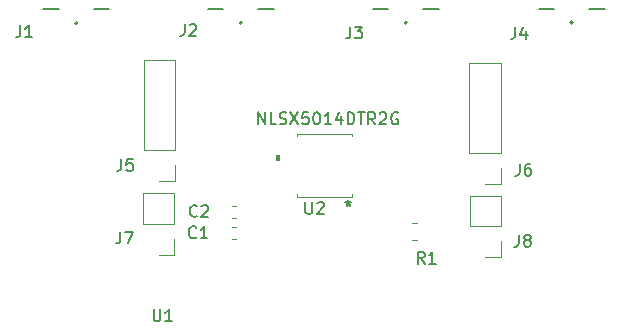
<source format=gbr>
%TF.GenerationSoftware,KiCad,Pcbnew,5.1.10-88a1d61d58~88~ubuntu18.04.1*%
%TF.CreationDate,2021-07-26T17:25:23+07:00*%
%TF.ProjectId,ADV728xM_EVAL_SMA-FFC_JETSON,41445637-3238-4784-9d5f-4556414c5f53,rev?*%
%TF.SameCoordinates,Original*%
%TF.FileFunction,Legend,Top*%
%TF.FilePolarity,Positive*%
%FSLAX46Y46*%
G04 Gerber Fmt 4.6, Leading zero omitted, Abs format (unit mm)*
G04 Created by KiCad (PCBNEW 5.1.10-88a1d61d58~88~ubuntu18.04.1) date 2021-07-26 17:25:23*
%MOMM*%
%LPD*%
G01*
G04 APERTURE LIST*
%ADD10C,0.120000*%
%ADD11C,0.127000*%
%ADD12C,0.200000*%
%ADD13C,0.100000*%
%ADD14C,0.150000*%
G04 APERTURE END LIST*
D10*
%TO.C,J6*%
X176882100Y-88166900D02*
X174222100Y-88166900D01*
X176882100Y-95846900D02*
X176882100Y-88166900D01*
X174222100Y-95846900D02*
X174222100Y-88166900D01*
X176882100Y-95846900D02*
X174222100Y-95846900D01*
X176882100Y-97116900D02*
X176882100Y-98446900D01*
X176882100Y-98446900D02*
X175552100Y-98446900D01*
D11*
%TO.C,J3*%
X166046500Y-83578700D02*
X167346500Y-83578700D01*
X170346500Y-83578700D02*
X171646500Y-83578700D01*
D12*
X168946500Y-84768900D02*
G75*
G03*
X168946500Y-84768900I-100000J0D01*
G01*
D11*
%TO.C,J4*%
X180092700Y-83578700D02*
X181392700Y-83578700D01*
X184392700Y-83578700D02*
X185692700Y-83578700D01*
D12*
X182992700Y-84768900D02*
G75*
G03*
X182992700Y-84768900I-100000J0D01*
G01*
D11*
%TO.C,J1*%
X138157300Y-83629500D02*
X139457300Y-83629500D01*
X142457300Y-83629500D02*
X143757300Y-83629500D01*
D12*
X141057300Y-84819700D02*
G75*
G03*
X141057300Y-84819700I-100000J0D01*
G01*
D11*
%TO.C,J2*%
X152076500Y-83578700D02*
X153376500Y-83578700D01*
X156376500Y-83578700D02*
X157676500Y-83578700D01*
D12*
X154976500Y-84768900D02*
G75*
G03*
X154976500Y-84768900I-100000J0D01*
G01*
D10*
%TO.C,C2*%
X154158733Y-101297200D02*
X154451267Y-101297200D01*
X154158733Y-100277200D02*
X154451267Y-100277200D01*
%TO.C,C1*%
X154146033Y-102080600D02*
X154438567Y-102080600D01*
X154146033Y-103100600D02*
X154438567Y-103100600D01*
%TO.C,J5*%
X149310400Y-98180200D02*
X147980400Y-98180200D01*
X149310400Y-96850200D02*
X149310400Y-98180200D01*
X149310400Y-95580200D02*
X146650400Y-95580200D01*
X146650400Y-95580200D02*
X146650400Y-87900200D01*
X149310400Y-95580200D02*
X149310400Y-87900200D01*
X149310400Y-87900200D02*
X146650400Y-87900200D01*
%TO.C,J8*%
X176920200Y-104619100D02*
X175590200Y-104619100D01*
X176920200Y-103289100D02*
X176920200Y-104619100D01*
X176920200Y-102019100D02*
X174260200Y-102019100D01*
X174260200Y-102019100D02*
X174260200Y-99419100D01*
X176920200Y-102019100D02*
X176920200Y-99419100D01*
X176920200Y-99419100D02*
X174260200Y-99419100D01*
%TO.C,J7*%
X149259600Y-99228600D02*
X146599600Y-99228600D01*
X149259600Y-101828600D02*
X149259600Y-99228600D01*
X146599600Y-101828600D02*
X146599600Y-99228600D01*
X149259600Y-101828600D02*
X146599600Y-101828600D01*
X149259600Y-103098600D02*
X149259600Y-104428600D01*
X149259600Y-104428600D02*
X147929600Y-104428600D01*
%TO.C,R1*%
X169378136Y-103185900D02*
X169832264Y-103185900D01*
X169378136Y-101715900D02*
X169832264Y-101715900D01*
%TO.C,U2*%
X164261800Y-94170500D02*
X159613600Y-94170500D01*
X159613600Y-94170500D02*
X159613600Y-94389659D01*
X159613600Y-99529900D02*
X164261800Y-99529900D01*
X164261800Y-99529900D02*
X164261800Y-99310741D01*
X164261800Y-94389661D02*
X164261800Y-94170500D01*
X159613600Y-99310739D02*
X159613600Y-99529900D01*
D13*
G36*
X157873700Y-96390701D02*
G01*
X157873700Y-96009701D01*
X158127700Y-96009701D01*
X158127700Y-96390701D01*
X157873700Y-96390701D01*
G37*
X157873700Y-96390701D02*
X157873700Y-96009701D01*
X158127700Y-96009701D01*
X158127700Y-96390701D01*
X157873700Y-96390701D01*
%TO.C,J6*%
D14*
X178482666Y-96721680D02*
X178482666Y-97435966D01*
X178435047Y-97578823D01*
X178339809Y-97674061D01*
X178196952Y-97721680D01*
X178101714Y-97721680D01*
X179387428Y-96721680D02*
X179196952Y-96721680D01*
X179101714Y-96769300D01*
X179054095Y-96816919D01*
X178958857Y-96959776D01*
X178911238Y-97150252D01*
X178911238Y-97531204D01*
X178958857Y-97626442D01*
X179006476Y-97674061D01*
X179101714Y-97721680D01*
X179292190Y-97721680D01*
X179387428Y-97674061D01*
X179435047Y-97626442D01*
X179482666Y-97531204D01*
X179482666Y-97293109D01*
X179435047Y-97197871D01*
X179387428Y-97150252D01*
X179292190Y-97102633D01*
X179101714Y-97102633D01*
X179006476Y-97150252D01*
X178958857Y-97197871D01*
X178911238Y-97293109D01*
%TO.C,J3*%
X164157066Y-85113880D02*
X164157066Y-85828166D01*
X164109447Y-85971023D01*
X164014209Y-86066261D01*
X163871352Y-86113880D01*
X163776114Y-86113880D01*
X164538019Y-85113880D02*
X165157066Y-85113880D01*
X164823733Y-85494833D01*
X164966590Y-85494833D01*
X165061828Y-85542452D01*
X165109447Y-85590071D01*
X165157066Y-85685309D01*
X165157066Y-85923404D01*
X165109447Y-86018642D01*
X165061828Y-86066261D01*
X164966590Y-86113880D01*
X164680876Y-86113880D01*
X164585638Y-86066261D01*
X164538019Y-86018642D01*
%TO.C,J4*%
X178114366Y-85164680D02*
X178114366Y-85878966D01*
X178066747Y-86021823D01*
X177971509Y-86117061D01*
X177828652Y-86164680D01*
X177733414Y-86164680D01*
X179019128Y-85498014D02*
X179019128Y-86164680D01*
X178781033Y-85117061D02*
X178542938Y-85831347D01*
X179161985Y-85831347D01*
%TO.C,J1*%
X136204366Y-85012280D02*
X136204366Y-85726566D01*
X136156747Y-85869423D01*
X136061509Y-85964661D01*
X135918652Y-86012280D01*
X135823414Y-86012280D01*
X137204366Y-86012280D02*
X136632938Y-86012280D01*
X136918652Y-86012280D02*
X136918652Y-85012280D01*
X136823414Y-85155138D01*
X136728176Y-85250376D01*
X136632938Y-85297995D01*
%TO.C,J2*%
X150123566Y-84885280D02*
X150123566Y-85599566D01*
X150075947Y-85742423D01*
X149980709Y-85837661D01*
X149837852Y-85885280D01*
X149742614Y-85885280D01*
X150552138Y-84980519D02*
X150599757Y-84932900D01*
X150694995Y-84885280D01*
X150933090Y-84885280D01*
X151028328Y-84932900D01*
X151075947Y-84980519D01*
X151123566Y-85075757D01*
X151123566Y-85170995D01*
X151075947Y-85313852D01*
X150504519Y-85885280D01*
X151123566Y-85885280D01*
%TO.C,C2*%
X151166533Y-101118942D02*
X151118914Y-101166561D01*
X150976057Y-101214180D01*
X150880819Y-101214180D01*
X150737961Y-101166561D01*
X150642723Y-101071323D01*
X150595104Y-100976085D01*
X150547485Y-100785609D01*
X150547485Y-100642752D01*
X150595104Y-100452276D01*
X150642723Y-100357038D01*
X150737961Y-100261800D01*
X150880819Y-100214180D01*
X150976057Y-100214180D01*
X151118914Y-100261800D01*
X151166533Y-100309419D01*
X151547485Y-100309419D02*
X151595104Y-100261800D01*
X151690342Y-100214180D01*
X151928438Y-100214180D01*
X152023676Y-100261800D01*
X152071295Y-100309419D01*
X152118914Y-100404657D01*
X152118914Y-100499895D01*
X152071295Y-100642752D01*
X151499866Y-101214180D01*
X152118914Y-101214180D01*
%TO.C,C1*%
X151103033Y-102935042D02*
X151055414Y-102982661D01*
X150912557Y-103030280D01*
X150817319Y-103030280D01*
X150674461Y-102982661D01*
X150579223Y-102887423D01*
X150531604Y-102792185D01*
X150483985Y-102601709D01*
X150483985Y-102458852D01*
X150531604Y-102268376D01*
X150579223Y-102173138D01*
X150674461Y-102077900D01*
X150817319Y-102030280D01*
X150912557Y-102030280D01*
X151055414Y-102077900D01*
X151103033Y-102125519D01*
X152055414Y-103030280D02*
X151483985Y-103030280D01*
X151769700Y-103030280D02*
X151769700Y-102030280D01*
X151674461Y-102173138D01*
X151579223Y-102268376D01*
X151483985Y-102315995D01*
%TO.C,J5*%
X144776866Y-96315280D02*
X144776866Y-97029566D01*
X144729247Y-97172423D01*
X144634009Y-97267661D01*
X144491152Y-97315280D01*
X144395914Y-97315280D01*
X145729247Y-96315280D02*
X145253057Y-96315280D01*
X145205438Y-96791471D01*
X145253057Y-96743852D01*
X145348295Y-96696233D01*
X145586390Y-96696233D01*
X145681628Y-96743852D01*
X145729247Y-96791471D01*
X145776866Y-96886709D01*
X145776866Y-97124804D01*
X145729247Y-97220042D01*
X145681628Y-97267661D01*
X145586390Y-97315280D01*
X145348295Y-97315280D01*
X145253057Y-97267661D01*
X145205438Y-97220042D01*
%TO.C,J8*%
X178431866Y-102741480D02*
X178431866Y-103455766D01*
X178384247Y-103598623D01*
X178289009Y-103693861D01*
X178146152Y-103741480D01*
X178050914Y-103741480D01*
X179050914Y-103170052D02*
X178955676Y-103122433D01*
X178908057Y-103074814D01*
X178860438Y-102979576D01*
X178860438Y-102931957D01*
X178908057Y-102836719D01*
X178955676Y-102789100D01*
X179050914Y-102741480D01*
X179241390Y-102741480D01*
X179336628Y-102789100D01*
X179384247Y-102836719D01*
X179431866Y-102931957D01*
X179431866Y-102979576D01*
X179384247Y-103074814D01*
X179336628Y-103122433D01*
X179241390Y-103170052D01*
X179050914Y-103170052D01*
X178955676Y-103217671D01*
X178908057Y-103265290D01*
X178860438Y-103360528D01*
X178860438Y-103551004D01*
X178908057Y-103646242D01*
X178955676Y-103693861D01*
X179050914Y-103741480D01*
X179241390Y-103741480D01*
X179336628Y-103693861D01*
X179384247Y-103646242D01*
X179431866Y-103551004D01*
X179431866Y-103360528D01*
X179384247Y-103265290D01*
X179336628Y-103217671D01*
X179241390Y-103170052D01*
%TO.C,J7*%
X144675266Y-102462080D02*
X144675266Y-103176366D01*
X144627647Y-103319223D01*
X144532409Y-103414461D01*
X144389552Y-103462080D01*
X144294314Y-103462080D01*
X145056219Y-102462080D02*
X145722885Y-102462080D01*
X145294314Y-103462080D01*
%TO.C,R1*%
X170445133Y-105176580D02*
X170111800Y-104700390D01*
X169873704Y-105176580D02*
X169873704Y-104176580D01*
X170254657Y-104176580D01*
X170349895Y-104224200D01*
X170397514Y-104271819D01*
X170445133Y-104367057D01*
X170445133Y-104509914D01*
X170397514Y-104605152D01*
X170349895Y-104652771D01*
X170254657Y-104700390D01*
X169873704Y-104700390D01*
X171397514Y-105176580D02*
X170826085Y-105176580D01*
X171111800Y-105176580D02*
X171111800Y-104176580D01*
X171016561Y-104319438D01*
X170921323Y-104414676D01*
X170826085Y-104462295D01*
%TO.C,U1*%
X147496641Y-109055279D02*
X147496641Y-109866135D01*
X147544338Y-109961530D01*
X147592036Y-110009228D01*
X147687430Y-110056925D01*
X147878220Y-110056925D01*
X147973615Y-110009228D01*
X148021312Y-109961530D01*
X148069010Y-109866135D01*
X148069010Y-109055279D01*
X149070656Y-110056925D02*
X148498287Y-110056925D01*
X148784471Y-110056925D02*
X148784471Y-109055279D01*
X148689076Y-109198371D01*
X148593682Y-109293766D01*
X148498287Y-109341464D01*
%TO.C,U2*%
X160350295Y-99972880D02*
X160350295Y-100782404D01*
X160397914Y-100877642D01*
X160445533Y-100925261D01*
X160540771Y-100972880D01*
X160731247Y-100972880D01*
X160826485Y-100925261D01*
X160874104Y-100877642D01*
X160921723Y-100782404D01*
X160921723Y-99972880D01*
X161350295Y-100068119D02*
X161397914Y-100020500D01*
X161493152Y-99972880D01*
X161731247Y-99972880D01*
X161826485Y-100020500D01*
X161874104Y-100068119D01*
X161921723Y-100163357D01*
X161921723Y-100258595D01*
X161874104Y-100401452D01*
X161302676Y-100972880D01*
X161921723Y-100972880D01*
X156363138Y-93378280D02*
X156363138Y-92378280D01*
X156934566Y-93378280D01*
X156934566Y-92378280D01*
X157886947Y-93378280D02*
X157410757Y-93378280D01*
X157410757Y-92378280D01*
X158172661Y-93330661D02*
X158315519Y-93378280D01*
X158553614Y-93378280D01*
X158648852Y-93330661D01*
X158696471Y-93283042D01*
X158744090Y-93187804D01*
X158744090Y-93092566D01*
X158696471Y-92997328D01*
X158648852Y-92949709D01*
X158553614Y-92902090D01*
X158363138Y-92854471D01*
X158267900Y-92806852D01*
X158220280Y-92759233D01*
X158172661Y-92663995D01*
X158172661Y-92568757D01*
X158220280Y-92473519D01*
X158267900Y-92425900D01*
X158363138Y-92378280D01*
X158601233Y-92378280D01*
X158744090Y-92425900D01*
X159077423Y-92378280D02*
X159744090Y-93378280D01*
X159744090Y-92378280D02*
X159077423Y-93378280D01*
X160601233Y-92378280D02*
X160125042Y-92378280D01*
X160077423Y-92854471D01*
X160125042Y-92806852D01*
X160220280Y-92759233D01*
X160458376Y-92759233D01*
X160553614Y-92806852D01*
X160601233Y-92854471D01*
X160648852Y-92949709D01*
X160648852Y-93187804D01*
X160601233Y-93283042D01*
X160553614Y-93330661D01*
X160458376Y-93378280D01*
X160220280Y-93378280D01*
X160125042Y-93330661D01*
X160077423Y-93283042D01*
X161267900Y-92378280D02*
X161363138Y-92378280D01*
X161458376Y-92425900D01*
X161505995Y-92473519D01*
X161553614Y-92568757D01*
X161601233Y-92759233D01*
X161601233Y-92997328D01*
X161553614Y-93187804D01*
X161505995Y-93283042D01*
X161458376Y-93330661D01*
X161363138Y-93378280D01*
X161267900Y-93378280D01*
X161172661Y-93330661D01*
X161125042Y-93283042D01*
X161077423Y-93187804D01*
X161029804Y-92997328D01*
X161029804Y-92759233D01*
X161077423Y-92568757D01*
X161125042Y-92473519D01*
X161172661Y-92425900D01*
X161267900Y-92378280D01*
X162553614Y-93378280D02*
X161982185Y-93378280D01*
X162267900Y-93378280D02*
X162267900Y-92378280D01*
X162172661Y-92521138D01*
X162077423Y-92616376D01*
X161982185Y-92663995D01*
X163410757Y-92711614D02*
X163410757Y-93378280D01*
X163172661Y-92330661D02*
X162934566Y-93044947D01*
X163553614Y-93044947D01*
X163934566Y-93378280D02*
X163934566Y-92378280D01*
X164172661Y-92378280D01*
X164315519Y-92425900D01*
X164410757Y-92521138D01*
X164458376Y-92616376D01*
X164505995Y-92806852D01*
X164505995Y-92949709D01*
X164458376Y-93140185D01*
X164410757Y-93235423D01*
X164315519Y-93330661D01*
X164172661Y-93378280D01*
X163934566Y-93378280D01*
X164791709Y-92378280D02*
X165363138Y-92378280D01*
X165077423Y-93378280D02*
X165077423Y-92378280D01*
X166267900Y-93378280D02*
X165934566Y-92902090D01*
X165696471Y-93378280D02*
X165696471Y-92378280D01*
X166077423Y-92378280D01*
X166172661Y-92425900D01*
X166220280Y-92473519D01*
X166267900Y-92568757D01*
X166267900Y-92711614D01*
X166220280Y-92806852D01*
X166172661Y-92854471D01*
X166077423Y-92902090D01*
X165696471Y-92902090D01*
X166648852Y-92473519D02*
X166696471Y-92425900D01*
X166791709Y-92378280D01*
X167029804Y-92378280D01*
X167125042Y-92425900D01*
X167172661Y-92473519D01*
X167220280Y-92568757D01*
X167220280Y-92663995D01*
X167172661Y-92806852D01*
X166601233Y-93378280D01*
X167220280Y-93378280D01*
X168172661Y-92425900D02*
X168077423Y-92378280D01*
X167934566Y-92378280D01*
X167791709Y-92425900D01*
X167696471Y-92521138D01*
X167648852Y-92616376D01*
X167601233Y-92806852D01*
X167601233Y-92949709D01*
X167648852Y-93140185D01*
X167696471Y-93235423D01*
X167791709Y-93330661D01*
X167934566Y-93378280D01*
X168029804Y-93378280D01*
X168172661Y-93330661D01*
X168220280Y-93283042D01*
X168220280Y-92949709D01*
X168029804Y-92949709D01*
X163982400Y-99845880D02*
X163982400Y-100083976D01*
X163744304Y-99988738D02*
X163982400Y-100083976D01*
X164220495Y-99988738D01*
X163839542Y-100274452D02*
X163982400Y-100083976D01*
X164125257Y-100274452D01*
X163982400Y-99820480D02*
X163982400Y-100058576D01*
X163744304Y-99963338D02*
X163982400Y-100058576D01*
X164220495Y-99963338D01*
X163839542Y-100249052D02*
X163982400Y-100058576D01*
X164125257Y-100249052D01*
%TD*%
M02*

</source>
